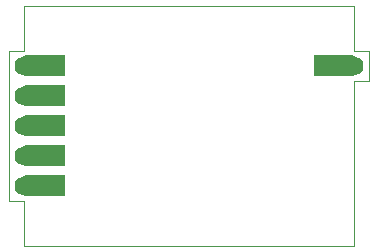
<source format=gbr>
%TF.GenerationSoftware,KiCad,Pcbnew,(5.1.9)-1*%
%TF.CreationDate,2021-08-02T18:10:52+02:00*%
%TF.ProjectId,10_Audio_Facile,31305f41-7564-4696-9f5f-466163696c65,rev?*%
%TF.SameCoordinates,Original*%
%TF.FileFunction,Soldermask,Bot*%
%TF.FilePolarity,Negative*%
%FSLAX46Y46*%
G04 Gerber Fmt 4.6, Leading zero omitted, Abs format (unit mm)*
G04 Created by KiCad (PCBNEW (5.1.9)-1) date 2021-08-02 18:10:52*
%MOMM*%
%LPD*%
G01*
G04 APERTURE LIST*
%TA.AperFunction,Profile*%
%ADD10C,0.050000*%
%TD*%
%ADD11C,1.624000*%
%ADD12C,0.100000*%
G04 APERTURE END LIST*
D10*
X130810000Y-67310000D02*
X129540000Y-67310000D01*
X130810000Y-64770000D02*
X130810000Y-67310000D01*
X129540000Y-64770000D02*
X130810000Y-64770000D01*
X129540000Y-60960000D02*
X129540000Y-64770000D01*
X129540000Y-67310000D02*
X129540000Y-81280000D01*
X101600000Y-60960000D02*
X129540000Y-60960000D01*
X101600000Y-77470000D02*
X101600000Y-81280000D01*
X100330000Y-77470000D02*
X101600000Y-77470000D01*
X101600000Y-60960000D02*
X101600000Y-64770000D01*
X101600000Y-64770000D02*
X100330000Y-64770000D01*
X129540000Y-81280000D02*
X101600000Y-81280000D01*
X100330000Y-77470000D02*
X100330000Y-64770000D01*
D11*
%TO.C,J1*%
X101600000Y-68580000D03*
D12*
G36*
X101939650Y-69479999D02*
G01*
X101927782Y-69479916D01*
X101924993Y-69479818D01*
X101842112Y-69474604D01*
X101837256Y-69474060D01*
X101755280Y-69460782D01*
X101750503Y-69459766D01*
X101670214Y-69438553D01*
X101665558Y-69437076D01*
X101587721Y-69408129D01*
X101583231Y-69406205D01*
X101508591Y-69369801D01*
X101504309Y-69367447D01*
X101433578Y-69323932D01*
X101429548Y-69321173D01*
X101363401Y-69270965D01*
X101359659Y-69267825D01*
X101298726Y-69211401D01*
X101295308Y-69207910D01*
X101240173Y-69145809D01*
X101237112Y-69142003D01*
X101188299Y-69074819D01*
X101185624Y-69070731D01*
X101143601Y-68999104D01*
X101141338Y-68994774D01*
X101106505Y-68919388D01*
X101104675Y-68914859D01*
X101077364Y-68836433D01*
X101075985Y-68831747D01*
X101056458Y-68751031D01*
X101055543Y-68746233D01*
X101043985Y-68663997D01*
X101043542Y-68659131D01*
X101040065Y-68576159D01*
X101040099Y-68571275D01*
X101044734Y-68488360D01*
X101045245Y-68483501D01*
X101057950Y-68401434D01*
X101058932Y-68396650D01*
X101079584Y-68316214D01*
X101081028Y-68311547D01*
X101109431Y-68233511D01*
X101111324Y-68229008D01*
X101147207Y-68154115D01*
X101149531Y-68149818D01*
X101192550Y-68078785D01*
X101195282Y-68074735D01*
X101245028Y-68008239D01*
X101248141Y-68004475D01*
X101304138Y-67943150D01*
X101307604Y-67939708D01*
X101369318Y-67884140D01*
X101373104Y-67881052D01*
X101439946Y-67831772D01*
X101444015Y-67829069D01*
X101515347Y-67786547D01*
X101519660Y-67784254D01*
X101594801Y-67748895D01*
X101599317Y-67747033D01*
X101677550Y-67719175D01*
X101682227Y-67717763D01*
X101762805Y-67697673D01*
X101767597Y-67696724D01*
X101849751Y-67684593D01*
X101854612Y-67684117D01*
X101937557Y-67680060D01*
X101940000Y-67680000D01*
X104990000Y-67680000D01*
X104999755Y-67680961D01*
X105009134Y-67683806D01*
X105017779Y-67688427D01*
X105025355Y-67694645D01*
X105031573Y-67702221D01*
X105036194Y-67710866D01*
X105039039Y-67720245D01*
X105040000Y-67730000D01*
X105040000Y-69430000D01*
X105039039Y-69439755D01*
X105036194Y-69449134D01*
X105031573Y-69457779D01*
X105025355Y-69465355D01*
X105017779Y-69471573D01*
X105009134Y-69476194D01*
X104999755Y-69479039D01*
X104990000Y-69480000D01*
X101940000Y-69480000D01*
X101939650Y-69479999D01*
G37*
%TD*%
D11*
%TO.C,J2*%
X101600000Y-71120000D03*
D12*
G36*
X101939650Y-72019999D02*
G01*
X101927782Y-72019916D01*
X101924993Y-72019818D01*
X101842112Y-72014604D01*
X101837256Y-72014060D01*
X101755280Y-72000782D01*
X101750503Y-71999766D01*
X101670214Y-71978553D01*
X101665558Y-71977076D01*
X101587721Y-71948129D01*
X101583231Y-71946205D01*
X101508591Y-71909801D01*
X101504309Y-71907447D01*
X101433578Y-71863932D01*
X101429548Y-71861173D01*
X101363401Y-71810965D01*
X101359659Y-71807825D01*
X101298726Y-71751401D01*
X101295308Y-71747910D01*
X101240173Y-71685809D01*
X101237112Y-71682003D01*
X101188299Y-71614819D01*
X101185624Y-71610731D01*
X101143601Y-71539104D01*
X101141338Y-71534774D01*
X101106505Y-71459388D01*
X101104675Y-71454859D01*
X101077364Y-71376433D01*
X101075985Y-71371747D01*
X101056458Y-71291031D01*
X101055543Y-71286233D01*
X101043985Y-71203997D01*
X101043542Y-71199131D01*
X101040065Y-71116159D01*
X101040099Y-71111275D01*
X101044734Y-71028360D01*
X101045245Y-71023501D01*
X101057950Y-70941434D01*
X101058932Y-70936650D01*
X101079584Y-70856214D01*
X101081028Y-70851547D01*
X101109431Y-70773511D01*
X101111324Y-70769008D01*
X101147207Y-70694115D01*
X101149531Y-70689818D01*
X101192550Y-70618785D01*
X101195282Y-70614735D01*
X101245028Y-70548239D01*
X101248141Y-70544475D01*
X101304138Y-70483150D01*
X101307604Y-70479708D01*
X101369318Y-70424140D01*
X101373104Y-70421052D01*
X101439946Y-70371772D01*
X101444015Y-70369069D01*
X101515347Y-70326547D01*
X101519660Y-70324254D01*
X101594801Y-70288895D01*
X101599317Y-70287033D01*
X101677550Y-70259175D01*
X101682227Y-70257763D01*
X101762805Y-70237673D01*
X101767597Y-70236724D01*
X101849751Y-70224593D01*
X101854612Y-70224117D01*
X101937557Y-70220060D01*
X101940000Y-70220000D01*
X104990000Y-70220000D01*
X104999755Y-70220961D01*
X105009134Y-70223806D01*
X105017779Y-70228427D01*
X105025355Y-70234645D01*
X105031573Y-70242221D01*
X105036194Y-70250866D01*
X105039039Y-70260245D01*
X105040000Y-70270000D01*
X105040000Y-71970000D01*
X105039039Y-71979755D01*
X105036194Y-71989134D01*
X105031573Y-71997779D01*
X105025355Y-72005355D01*
X105017779Y-72011573D01*
X105009134Y-72016194D01*
X104999755Y-72019039D01*
X104990000Y-72020000D01*
X101940000Y-72020000D01*
X101939650Y-72019999D01*
G37*
%TD*%
D11*
%TO.C,J3*%
X101600000Y-73660000D03*
D12*
G36*
X101939650Y-74559999D02*
G01*
X101927782Y-74559916D01*
X101924993Y-74559818D01*
X101842112Y-74554604D01*
X101837256Y-74554060D01*
X101755280Y-74540782D01*
X101750503Y-74539766D01*
X101670214Y-74518553D01*
X101665558Y-74517076D01*
X101587721Y-74488129D01*
X101583231Y-74486205D01*
X101508591Y-74449801D01*
X101504309Y-74447447D01*
X101433578Y-74403932D01*
X101429548Y-74401173D01*
X101363401Y-74350965D01*
X101359659Y-74347825D01*
X101298726Y-74291401D01*
X101295308Y-74287910D01*
X101240173Y-74225809D01*
X101237112Y-74222003D01*
X101188299Y-74154819D01*
X101185624Y-74150731D01*
X101143601Y-74079104D01*
X101141338Y-74074774D01*
X101106505Y-73999388D01*
X101104675Y-73994859D01*
X101077364Y-73916433D01*
X101075985Y-73911747D01*
X101056458Y-73831031D01*
X101055543Y-73826233D01*
X101043985Y-73743997D01*
X101043542Y-73739131D01*
X101040065Y-73656159D01*
X101040099Y-73651275D01*
X101044734Y-73568360D01*
X101045245Y-73563501D01*
X101057950Y-73481434D01*
X101058932Y-73476650D01*
X101079584Y-73396214D01*
X101081028Y-73391547D01*
X101109431Y-73313511D01*
X101111324Y-73309008D01*
X101147207Y-73234115D01*
X101149531Y-73229818D01*
X101192550Y-73158785D01*
X101195282Y-73154735D01*
X101245028Y-73088239D01*
X101248141Y-73084475D01*
X101304138Y-73023150D01*
X101307604Y-73019708D01*
X101369318Y-72964140D01*
X101373104Y-72961052D01*
X101439946Y-72911772D01*
X101444015Y-72909069D01*
X101515347Y-72866547D01*
X101519660Y-72864254D01*
X101594801Y-72828895D01*
X101599317Y-72827033D01*
X101677550Y-72799175D01*
X101682227Y-72797763D01*
X101762805Y-72777673D01*
X101767597Y-72776724D01*
X101849751Y-72764593D01*
X101854612Y-72764117D01*
X101937557Y-72760060D01*
X101940000Y-72760000D01*
X104990000Y-72760000D01*
X104999755Y-72760961D01*
X105009134Y-72763806D01*
X105017779Y-72768427D01*
X105025355Y-72774645D01*
X105031573Y-72782221D01*
X105036194Y-72790866D01*
X105039039Y-72800245D01*
X105040000Y-72810000D01*
X105040000Y-74510000D01*
X105039039Y-74519755D01*
X105036194Y-74529134D01*
X105031573Y-74537779D01*
X105025355Y-74545355D01*
X105017779Y-74551573D01*
X105009134Y-74556194D01*
X104999755Y-74559039D01*
X104990000Y-74560000D01*
X101940000Y-74560000D01*
X101939650Y-74559999D01*
G37*
%TD*%
D11*
%TO.C,J4*%
X129540000Y-66040000D03*
D12*
G36*
X129200350Y-65140001D02*
G01*
X129212218Y-65140084D01*
X129215007Y-65140182D01*
X129297888Y-65145396D01*
X129302744Y-65145940D01*
X129384720Y-65159218D01*
X129389497Y-65160234D01*
X129469786Y-65181447D01*
X129474442Y-65182924D01*
X129552279Y-65211871D01*
X129556769Y-65213795D01*
X129631409Y-65250199D01*
X129635691Y-65252553D01*
X129706422Y-65296068D01*
X129710452Y-65298827D01*
X129776599Y-65349035D01*
X129780341Y-65352175D01*
X129841274Y-65408599D01*
X129844692Y-65412090D01*
X129899827Y-65474191D01*
X129902888Y-65477997D01*
X129951701Y-65545181D01*
X129954376Y-65549269D01*
X129996399Y-65620896D01*
X129998662Y-65625226D01*
X130033495Y-65700612D01*
X130035325Y-65705141D01*
X130062636Y-65783567D01*
X130064015Y-65788253D01*
X130083542Y-65868969D01*
X130084457Y-65873767D01*
X130096015Y-65956003D01*
X130096458Y-65960869D01*
X130099935Y-66043841D01*
X130099901Y-66048725D01*
X130095266Y-66131640D01*
X130094755Y-66136499D01*
X130082050Y-66218566D01*
X130081068Y-66223350D01*
X130060416Y-66303786D01*
X130058972Y-66308453D01*
X130030569Y-66386489D01*
X130028676Y-66390992D01*
X129992793Y-66465885D01*
X129990469Y-66470182D01*
X129947450Y-66541215D01*
X129944718Y-66545265D01*
X129894972Y-66611761D01*
X129891859Y-66615525D01*
X129835862Y-66676850D01*
X129832396Y-66680292D01*
X129770682Y-66735860D01*
X129766896Y-66738948D01*
X129700054Y-66788228D01*
X129695985Y-66790931D01*
X129624653Y-66833453D01*
X129620340Y-66835746D01*
X129545199Y-66871105D01*
X129540683Y-66872967D01*
X129462450Y-66900825D01*
X129457773Y-66902237D01*
X129377195Y-66922327D01*
X129372403Y-66923276D01*
X129290249Y-66935407D01*
X129285388Y-66935883D01*
X129202443Y-66939940D01*
X129200000Y-66940000D01*
X126150000Y-66940000D01*
X126140245Y-66939039D01*
X126130866Y-66936194D01*
X126122221Y-66931573D01*
X126114645Y-66925355D01*
X126108427Y-66917779D01*
X126103806Y-66909134D01*
X126100961Y-66899755D01*
X126100000Y-66890000D01*
X126100000Y-65190000D01*
X126100961Y-65180245D01*
X126103806Y-65170866D01*
X126108427Y-65162221D01*
X126114645Y-65154645D01*
X126122221Y-65148427D01*
X126130866Y-65143806D01*
X126140245Y-65140961D01*
X126150000Y-65140000D01*
X129200000Y-65140000D01*
X129200350Y-65140001D01*
G37*
%TD*%
D11*
%TO.C,J5*%
X101600000Y-66040000D03*
D12*
G36*
X101939650Y-66939999D02*
G01*
X101927782Y-66939916D01*
X101924993Y-66939818D01*
X101842112Y-66934604D01*
X101837256Y-66934060D01*
X101755280Y-66920782D01*
X101750503Y-66919766D01*
X101670214Y-66898553D01*
X101665558Y-66897076D01*
X101587721Y-66868129D01*
X101583231Y-66866205D01*
X101508591Y-66829801D01*
X101504309Y-66827447D01*
X101433578Y-66783932D01*
X101429548Y-66781173D01*
X101363401Y-66730965D01*
X101359659Y-66727825D01*
X101298726Y-66671401D01*
X101295308Y-66667910D01*
X101240173Y-66605809D01*
X101237112Y-66602003D01*
X101188299Y-66534819D01*
X101185624Y-66530731D01*
X101143601Y-66459104D01*
X101141338Y-66454774D01*
X101106505Y-66379388D01*
X101104675Y-66374859D01*
X101077364Y-66296433D01*
X101075985Y-66291747D01*
X101056458Y-66211031D01*
X101055543Y-66206233D01*
X101043985Y-66123997D01*
X101043542Y-66119131D01*
X101040065Y-66036159D01*
X101040099Y-66031275D01*
X101044734Y-65948360D01*
X101045245Y-65943501D01*
X101057950Y-65861434D01*
X101058932Y-65856650D01*
X101079584Y-65776214D01*
X101081028Y-65771547D01*
X101109431Y-65693511D01*
X101111324Y-65689008D01*
X101147207Y-65614115D01*
X101149531Y-65609818D01*
X101192550Y-65538785D01*
X101195282Y-65534735D01*
X101245028Y-65468239D01*
X101248141Y-65464475D01*
X101304138Y-65403150D01*
X101307604Y-65399708D01*
X101369318Y-65344140D01*
X101373104Y-65341052D01*
X101439946Y-65291772D01*
X101444015Y-65289069D01*
X101515347Y-65246547D01*
X101519660Y-65244254D01*
X101594801Y-65208895D01*
X101599317Y-65207033D01*
X101677550Y-65179175D01*
X101682227Y-65177763D01*
X101762805Y-65157673D01*
X101767597Y-65156724D01*
X101849751Y-65144593D01*
X101854612Y-65144117D01*
X101937557Y-65140060D01*
X101940000Y-65140000D01*
X104990000Y-65140000D01*
X104999755Y-65140961D01*
X105009134Y-65143806D01*
X105017779Y-65148427D01*
X105025355Y-65154645D01*
X105031573Y-65162221D01*
X105036194Y-65170866D01*
X105039039Y-65180245D01*
X105040000Y-65190000D01*
X105040000Y-66890000D01*
X105039039Y-66899755D01*
X105036194Y-66909134D01*
X105031573Y-66917779D01*
X105025355Y-66925355D01*
X105017779Y-66931573D01*
X105009134Y-66936194D01*
X104999755Y-66939039D01*
X104990000Y-66940000D01*
X101940000Y-66940000D01*
X101939650Y-66939999D01*
G37*
%TD*%
D11*
%TO.C,J6*%
X101600000Y-76200000D03*
D12*
G36*
X101939650Y-77099999D02*
G01*
X101927782Y-77099916D01*
X101924993Y-77099818D01*
X101842112Y-77094604D01*
X101837256Y-77094060D01*
X101755280Y-77080782D01*
X101750503Y-77079766D01*
X101670214Y-77058553D01*
X101665558Y-77057076D01*
X101587721Y-77028129D01*
X101583231Y-77026205D01*
X101508591Y-76989801D01*
X101504309Y-76987447D01*
X101433578Y-76943932D01*
X101429548Y-76941173D01*
X101363401Y-76890965D01*
X101359659Y-76887825D01*
X101298726Y-76831401D01*
X101295308Y-76827910D01*
X101240173Y-76765809D01*
X101237112Y-76762003D01*
X101188299Y-76694819D01*
X101185624Y-76690731D01*
X101143601Y-76619104D01*
X101141338Y-76614774D01*
X101106505Y-76539388D01*
X101104675Y-76534859D01*
X101077364Y-76456433D01*
X101075985Y-76451747D01*
X101056458Y-76371031D01*
X101055543Y-76366233D01*
X101043985Y-76283997D01*
X101043542Y-76279131D01*
X101040065Y-76196159D01*
X101040099Y-76191275D01*
X101044734Y-76108360D01*
X101045245Y-76103501D01*
X101057950Y-76021434D01*
X101058932Y-76016650D01*
X101079584Y-75936214D01*
X101081028Y-75931547D01*
X101109431Y-75853511D01*
X101111324Y-75849008D01*
X101147207Y-75774115D01*
X101149531Y-75769818D01*
X101192550Y-75698785D01*
X101195282Y-75694735D01*
X101245028Y-75628239D01*
X101248141Y-75624475D01*
X101304138Y-75563150D01*
X101307604Y-75559708D01*
X101369318Y-75504140D01*
X101373104Y-75501052D01*
X101439946Y-75451772D01*
X101444015Y-75449069D01*
X101515347Y-75406547D01*
X101519660Y-75404254D01*
X101594801Y-75368895D01*
X101599317Y-75367033D01*
X101677550Y-75339175D01*
X101682227Y-75337763D01*
X101762805Y-75317673D01*
X101767597Y-75316724D01*
X101849751Y-75304593D01*
X101854612Y-75304117D01*
X101937557Y-75300060D01*
X101940000Y-75300000D01*
X104990000Y-75300000D01*
X104999755Y-75300961D01*
X105009134Y-75303806D01*
X105017779Y-75308427D01*
X105025355Y-75314645D01*
X105031573Y-75322221D01*
X105036194Y-75330866D01*
X105039039Y-75340245D01*
X105040000Y-75350000D01*
X105040000Y-77050000D01*
X105039039Y-77059755D01*
X105036194Y-77069134D01*
X105031573Y-77077779D01*
X105025355Y-77085355D01*
X105017779Y-77091573D01*
X105009134Y-77096194D01*
X104999755Y-77099039D01*
X104990000Y-77100000D01*
X101940000Y-77100000D01*
X101939650Y-77099999D01*
G37*
%TD*%
M02*

</source>
